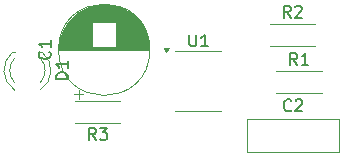
<source format=gbr>
%TF.GenerationSoftware,KiCad,Pcbnew,8.0.5*%
%TF.CreationDate,2024-09-16T17:09:01+05:30*%
%TF.ProjectId,FLASH,464c4153-482e-46b6-9963-61645f706362,rev?*%
%TF.SameCoordinates,Original*%
%TF.FileFunction,Legend,Top*%
%TF.FilePolarity,Positive*%
%FSLAX46Y46*%
G04 Gerber Fmt 4.6, Leading zero omitted, Abs format (unit mm)*
G04 Created by KiCad (PCBNEW 8.0.5) date 2024-09-16 17:09:01*
%MOMM*%
%LPD*%
G01*
G04 APERTURE LIST*
%ADD10C,0.150000*%
%ADD11C,0.120000*%
G04 APERTURE END LIST*
D10*
X136213095Y-108459819D02*
X136213095Y-109269342D01*
X136213095Y-109269342D02*
X136260714Y-109364580D01*
X136260714Y-109364580D02*
X136308333Y-109412200D01*
X136308333Y-109412200D02*
X136403571Y-109459819D01*
X136403571Y-109459819D02*
X136594047Y-109459819D01*
X136594047Y-109459819D02*
X136689285Y-109412200D01*
X136689285Y-109412200D02*
X136736904Y-109364580D01*
X136736904Y-109364580D02*
X136784523Y-109269342D01*
X136784523Y-109269342D02*
X136784523Y-108459819D01*
X137784523Y-109459819D02*
X137213095Y-109459819D01*
X137498809Y-109459819D02*
X137498809Y-108459819D01*
X137498809Y-108459819D02*
X137403571Y-108602676D01*
X137403571Y-108602676D02*
X137308333Y-108697914D01*
X137308333Y-108697914D02*
X137213095Y-108745533D01*
X128293333Y-117374819D02*
X127960000Y-116898628D01*
X127721905Y-117374819D02*
X127721905Y-116374819D01*
X127721905Y-116374819D02*
X128102857Y-116374819D01*
X128102857Y-116374819D02*
X128198095Y-116422438D01*
X128198095Y-116422438D02*
X128245714Y-116470057D01*
X128245714Y-116470057D02*
X128293333Y-116565295D01*
X128293333Y-116565295D02*
X128293333Y-116708152D01*
X128293333Y-116708152D02*
X128245714Y-116803390D01*
X128245714Y-116803390D02*
X128198095Y-116851009D01*
X128198095Y-116851009D02*
X128102857Y-116898628D01*
X128102857Y-116898628D02*
X127721905Y-116898628D01*
X128626667Y-116374819D02*
X129245714Y-116374819D01*
X129245714Y-116374819D02*
X128912381Y-116755771D01*
X128912381Y-116755771D02*
X129055238Y-116755771D01*
X129055238Y-116755771D02*
X129150476Y-116803390D01*
X129150476Y-116803390D02*
X129198095Y-116851009D01*
X129198095Y-116851009D02*
X129245714Y-116946247D01*
X129245714Y-116946247D02*
X129245714Y-117184342D01*
X129245714Y-117184342D02*
X129198095Y-117279580D01*
X129198095Y-117279580D02*
X129150476Y-117327200D01*
X129150476Y-117327200D02*
X129055238Y-117374819D01*
X129055238Y-117374819D02*
X128769524Y-117374819D01*
X128769524Y-117374819D02*
X128674286Y-117327200D01*
X128674286Y-117327200D02*
X128626667Y-117279580D01*
X144793333Y-107034819D02*
X144460000Y-106558628D01*
X144221905Y-107034819D02*
X144221905Y-106034819D01*
X144221905Y-106034819D02*
X144602857Y-106034819D01*
X144602857Y-106034819D02*
X144698095Y-106082438D01*
X144698095Y-106082438D02*
X144745714Y-106130057D01*
X144745714Y-106130057D02*
X144793333Y-106225295D01*
X144793333Y-106225295D02*
X144793333Y-106368152D01*
X144793333Y-106368152D02*
X144745714Y-106463390D01*
X144745714Y-106463390D02*
X144698095Y-106511009D01*
X144698095Y-106511009D02*
X144602857Y-106558628D01*
X144602857Y-106558628D02*
X144221905Y-106558628D01*
X145174286Y-106130057D02*
X145221905Y-106082438D01*
X145221905Y-106082438D02*
X145317143Y-106034819D01*
X145317143Y-106034819D02*
X145555238Y-106034819D01*
X145555238Y-106034819D02*
X145650476Y-106082438D01*
X145650476Y-106082438D02*
X145698095Y-106130057D01*
X145698095Y-106130057D02*
X145745714Y-106225295D01*
X145745714Y-106225295D02*
X145745714Y-106320533D01*
X145745714Y-106320533D02*
X145698095Y-106463390D01*
X145698095Y-106463390D02*
X145126667Y-107034819D01*
X145126667Y-107034819D02*
X145745714Y-107034819D01*
X145333333Y-111034819D02*
X145000000Y-110558628D01*
X144761905Y-111034819D02*
X144761905Y-110034819D01*
X144761905Y-110034819D02*
X145142857Y-110034819D01*
X145142857Y-110034819D02*
X145238095Y-110082438D01*
X145238095Y-110082438D02*
X145285714Y-110130057D01*
X145285714Y-110130057D02*
X145333333Y-110225295D01*
X145333333Y-110225295D02*
X145333333Y-110368152D01*
X145333333Y-110368152D02*
X145285714Y-110463390D01*
X145285714Y-110463390D02*
X145238095Y-110511009D01*
X145238095Y-110511009D02*
X145142857Y-110558628D01*
X145142857Y-110558628D02*
X144761905Y-110558628D01*
X146285714Y-111034819D02*
X145714286Y-111034819D01*
X146000000Y-111034819D02*
X146000000Y-110034819D01*
X146000000Y-110034819D02*
X145904762Y-110177676D01*
X145904762Y-110177676D02*
X145809524Y-110272914D01*
X145809524Y-110272914D02*
X145714286Y-110320533D01*
X125914819Y-112233094D02*
X124914819Y-112233094D01*
X124914819Y-112233094D02*
X124914819Y-111994999D01*
X124914819Y-111994999D02*
X124962438Y-111852142D01*
X124962438Y-111852142D02*
X125057676Y-111756904D01*
X125057676Y-111756904D02*
X125152914Y-111709285D01*
X125152914Y-111709285D02*
X125343390Y-111661666D01*
X125343390Y-111661666D02*
X125486247Y-111661666D01*
X125486247Y-111661666D02*
X125676723Y-111709285D01*
X125676723Y-111709285D02*
X125771961Y-111756904D01*
X125771961Y-111756904D02*
X125867200Y-111852142D01*
X125867200Y-111852142D02*
X125914819Y-111994999D01*
X125914819Y-111994999D02*
X125914819Y-112233094D01*
X125914819Y-110709285D02*
X125914819Y-111280713D01*
X125914819Y-110994999D02*
X124914819Y-110994999D01*
X124914819Y-110994999D02*
X125057676Y-111090237D01*
X125057676Y-111090237D02*
X125152914Y-111185475D01*
X125152914Y-111185475D02*
X125200533Y-111280713D01*
X144833333Y-114859580D02*
X144785714Y-114907200D01*
X144785714Y-114907200D02*
X144642857Y-114954819D01*
X144642857Y-114954819D02*
X144547619Y-114954819D01*
X144547619Y-114954819D02*
X144404762Y-114907200D01*
X144404762Y-114907200D02*
X144309524Y-114811961D01*
X144309524Y-114811961D02*
X144261905Y-114716723D01*
X144261905Y-114716723D02*
X144214286Y-114526247D01*
X144214286Y-114526247D02*
X144214286Y-114383390D01*
X144214286Y-114383390D02*
X144261905Y-114192914D01*
X144261905Y-114192914D02*
X144309524Y-114097676D01*
X144309524Y-114097676D02*
X144404762Y-114002438D01*
X144404762Y-114002438D02*
X144547619Y-113954819D01*
X144547619Y-113954819D02*
X144642857Y-113954819D01*
X144642857Y-113954819D02*
X144785714Y-114002438D01*
X144785714Y-114002438D02*
X144833333Y-114050057D01*
X145214286Y-114050057D02*
X145261905Y-114002438D01*
X145261905Y-114002438D02*
X145357143Y-113954819D01*
X145357143Y-113954819D02*
X145595238Y-113954819D01*
X145595238Y-113954819D02*
X145690476Y-114002438D01*
X145690476Y-114002438D02*
X145738095Y-114050057D01*
X145738095Y-114050057D02*
X145785714Y-114145295D01*
X145785714Y-114145295D02*
X145785714Y-114240533D01*
X145785714Y-114240533D02*
X145738095Y-114383390D01*
X145738095Y-114383390D02*
X145166667Y-114954819D01*
X145166667Y-114954819D02*
X145785714Y-114954819D01*
X124359580Y-109916666D02*
X124407200Y-109964285D01*
X124407200Y-109964285D02*
X124454819Y-110107142D01*
X124454819Y-110107142D02*
X124454819Y-110202380D01*
X124454819Y-110202380D02*
X124407200Y-110345237D01*
X124407200Y-110345237D02*
X124311961Y-110440475D01*
X124311961Y-110440475D02*
X124216723Y-110488094D01*
X124216723Y-110488094D02*
X124026247Y-110535713D01*
X124026247Y-110535713D02*
X123883390Y-110535713D01*
X123883390Y-110535713D02*
X123692914Y-110488094D01*
X123692914Y-110488094D02*
X123597676Y-110440475D01*
X123597676Y-110440475D02*
X123502438Y-110345237D01*
X123502438Y-110345237D02*
X123454819Y-110202380D01*
X123454819Y-110202380D02*
X123454819Y-110107142D01*
X123454819Y-110107142D02*
X123502438Y-109964285D01*
X123502438Y-109964285D02*
X123550057Y-109916666D01*
X124454819Y-108964285D02*
X124454819Y-109535713D01*
X124454819Y-109249999D02*
X123454819Y-109249999D01*
X123454819Y-109249999D02*
X123597676Y-109345237D01*
X123597676Y-109345237D02*
X123692914Y-109440475D01*
X123692914Y-109440475D02*
X123740533Y-109535713D01*
D11*
%TO.C,U1*%
X136975000Y-109845000D02*
X135025000Y-109845000D01*
X136975000Y-109845000D02*
X138925000Y-109845000D01*
X136975000Y-114965000D02*
X135025000Y-114965000D01*
X136975000Y-114965000D02*
X138925000Y-114965000D01*
X134275000Y-109940000D02*
X134035000Y-109610000D01*
X134515000Y-109610000D01*
X134275000Y-109940000D01*
G36*
X134275000Y-109940000D02*
G01*
X134035000Y-109610000D01*
X134515000Y-109610000D01*
X134275000Y-109940000D01*
G37*
%TO.C,R3*%
X130380000Y-114080000D02*
X126540000Y-114080000D01*
X130380000Y-115920000D02*
X126540000Y-115920000D01*
%TO.C,R2*%
X143040000Y-109420000D02*
X146880000Y-109420000D01*
X143040000Y-107580000D02*
X146880000Y-107580000D01*
%TO.C,R1*%
X143580000Y-113420000D02*
X147420000Y-113420000D01*
X143580000Y-111580000D02*
X147420000Y-111580000D01*
%TO.C,D1*%
X123736000Y-109935000D02*
X123580000Y-109935000D01*
X121420000Y-109935000D02*
X121264000Y-109935000D01*
X123735516Y-109935000D02*
G75*
G02*
X123578608Y-113167335I-1235516J-1560000D01*
G01*
X123580000Y-110454039D02*
G75*
G02*
X123579837Y-112536130I-1080000J-1040961D01*
G01*
X121420163Y-112536130D02*
G75*
G02*
X121420000Y-110454039I1079837J1041130D01*
G01*
X121421392Y-113167335D02*
G75*
G02*
X121264484Y-109935000I1078608J1672335D01*
G01*
%TO.C,C2*%
X141130000Y-115630000D02*
X141130000Y-118370000D01*
X141130000Y-115630000D02*
X148870000Y-115630000D01*
X141130000Y-118370000D02*
X148870000Y-118370000D01*
X148870000Y-115630000D02*
X148870000Y-118370000D01*
%TO.C,C1*%
X126825000Y-113892211D02*
X126825000Y-113142211D01*
X126450000Y-113517211D02*
X127200000Y-113517211D01*
X125170000Y-109750000D02*
X132830000Y-109750000D01*
X125170000Y-109710000D02*
X132830000Y-109710000D01*
X125170000Y-109670000D02*
X132830000Y-109670000D01*
X125171000Y-109630000D02*
X132829000Y-109630000D01*
X125173000Y-109590000D02*
X132827000Y-109590000D01*
X125175000Y-109550000D02*
X132825000Y-109550000D01*
X125177000Y-109510000D02*
X127960000Y-109510000D01*
X130040000Y-109510000D02*
X132823000Y-109510000D01*
X125180000Y-109470000D02*
X127960000Y-109470000D01*
X130040000Y-109470000D02*
X132820000Y-109470000D01*
X125183000Y-109430000D02*
X127960000Y-109430000D01*
X130040000Y-109430000D02*
X132817000Y-109430000D01*
X125186000Y-109390000D02*
X127960000Y-109390000D01*
X130040000Y-109390000D02*
X132814000Y-109390000D01*
X125190000Y-109350000D02*
X127960000Y-109350000D01*
X130040000Y-109350000D02*
X132810000Y-109350000D01*
X125195000Y-109310000D02*
X127960000Y-109310000D01*
X130040000Y-109310000D02*
X132805000Y-109310000D01*
X125199000Y-109270000D02*
X127960000Y-109270000D01*
X130040000Y-109270000D02*
X132801000Y-109270000D01*
X125205000Y-109230000D02*
X127960000Y-109230000D01*
X130040000Y-109230000D02*
X132795000Y-109230000D01*
X125210000Y-109190000D02*
X127960000Y-109190000D01*
X130040000Y-109190000D02*
X132790000Y-109190000D01*
X125216000Y-109150000D02*
X127960000Y-109150000D01*
X130040000Y-109150000D02*
X132784000Y-109150000D01*
X125223000Y-109110000D02*
X127960000Y-109110000D01*
X130040000Y-109110000D02*
X132777000Y-109110000D01*
X125230000Y-109070000D02*
X127960000Y-109070000D01*
X130040000Y-109070000D02*
X132770000Y-109070000D01*
X125237000Y-109029000D02*
X127960000Y-109029000D01*
X130040000Y-109029000D02*
X132763000Y-109029000D01*
X125245000Y-108989000D02*
X127960000Y-108989000D01*
X130040000Y-108989000D02*
X132755000Y-108989000D01*
X125253000Y-108949000D02*
X127960000Y-108949000D01*
X130040000Y-108949000D02*
X132747000Y-108949000D01*
X125262000Y-108909000D02*
X127960000Y-108909000D01*
X130040000Y-108909000D02*
X132738000Y-108909000D01*
X125271000Y-108869000D02*
X127960000Y-108869000D01*
X130040000Y-108869000D02*
X132729000Y-108869000D01*
X125280000Y-108829000D02*
X127960000Y-108829000D01*
X130040000Y-108829000D02*
X132720000Y-108829000D01*
X125290000Y-108789000D02*
X127960000Y-108789000D01*
X130040000Y-108789000D02*
X132710000Y-108789000D01*
X125301000Y-108749000D02*
X127960000Y-108749000D01*
X130040000Y-108749000D02*
X132699000Y-108749000D01*
X125312000Y-108709000D02*
X127960000Y-108709000D01*
X130040000Y-108709000D02*
X132688000Y-108709000D01*
X125323000Y-108669000D02*
X127960000Y-108669000D01*
X130040000Y-108669000D02*
X132677000Y-108669000D01*
X125335000Y-108629000D02*
X127960000Y-108629000D01*
X130040000Y-108629000D02*
X132665000Y-108629000D01*
X125347000Y-108589000D02*
X127960000Y-108589000D01*
X130040000Y-108589000D02*
X132653000Y-108589000D01*
X125360000Y-108549000D02*
X127960000Y-108549000D01*
X130040000Y-108549000D02*
X132640000Y-108549000D01*
X125374000Y-108509000D02*
X127960000Y-108509000D01*
X130040000Y-108509000D02*
X132626000Y-108509000D01*
X125387000Y-108469000D02*
X127960000Y-108469000D01*
X130040000Y-108469000D02*
X132613000Y-108469000D01*
X125402000Y-108429000D02*
X127960000Y-108429000D01*
X130040000Y-108429000D02*
X132598000Y-108429000D01*
X125416000Y-108389000D02*
X127960000Y-108389000D01*
X130040000Y-108389000D02*
X132584000Y-108389000D01*
X125432000Y-108349000D02*
X127960000Y-108349000D01*
X130040000Y-108349000D02*
X132568000Y-108349000D01*
X125447000Y-108309000D02*
X127960000Y-108309000D01*
X130040000Y-108309000D02*
X132553000Y-108309000D01*
X125464000Y-108269000D02*
X127960000Y-108269000D01*
X130040000Y-108269000D02*
X132536000Y-108269000D01*
X125480000Y-108229000D02*
X127960000Y-108229000D01*
X130040000Y-108229000D02*
X132520000Y-108229000D01*
X125498000Y-108189000D02*
X127960000Y-108189000D01*
X130040000Y-108189000D02*
X132502000Y-108189000D01*
X125516000Y-108149000D02*
X127960000Y-108149000D01*
X130040000Y-108149000D02*
X132484000Y-108149000D01*
X125534000Y-108109000D02*
X127960000Y-108109000D01*
X130040000Y-108109000D02*
X132466000Y-108109000D01*
X125553000Y-108069000D02*
X127960000Y-108069000D01*
X130040000Y-108069000D02*
X132447000Y-108069000D01*
X125573000Y-108029000D02*
X127960000Y-108029000D01*
X130040000Y-108029000D02*
X132427000Y-108029000D01*
X125593000Y-107989000D02*
X127960000Y-107989000D01*
X130040000Y-107989000D02*
X132407000Y-107989000D01*
X125614000Y-107949000D02*
X127960000Y-107949000D01*
X130040000Y-107949000D02*
X132386000Y-107949000D01*
X125635000Y-107909000D02*
X127960000Y-107909000D01*
X130040000Y-107909000D02*
X132365000Y-107909000D01*
X125657000Y-107869000D02*
X127960000Y-107869000D01*
X130040000Y-107869000D02*
X132343000Y-107869000D01*
X125679000Y-107829000D02*
X127960000Y-107829000D01*
X130040000Y-107829000D02*
X132321000Y-107829000D01*
X125703000Y-107789000D02*
X127960000Y-107789000D01*
X130040000Y-107789000D02*
X132297000Y-107789000D01*
X125726000Y-107749000D02*
X127960000Y-107749000D01*
X130040000Y-107749000D02*
X132274000Y-107749000D01*
X125751000Y-107709000D02*
X127960000Y-107709000D01*
X130040000Y-107709000D02*
X132249000Y-107709000D01*
X125776000Y-107669000D02*
X127960000Y-107669000D01*
X130040000Y-107669000D02*
X132224000Y-107669000D01*
X125802000Y-107629000D02*
X127960000Y-107629000D01*
X130040000Y-107629000D02*
X132198000Y-107629000D01*
X125828000Y-107589000D02*
X127960000Y-107589000D01*
X130040000Y-107589000D02*
X132172000Y-107589000D01*
X125856000Y-107549000D02*
X127960000Y-107549000D01*
X130040000Y-107549000D02*
X132144000Y-107549000D01*
X125884000Y-107509000D02*
X127960000Y-107509000D01*
X130040000Y-107509000D02*
X132116000Y-107509000D01*
X125912000Y-107469000D02*
X127960000Y-107469000D01*
X130040000Y-107469000D02*
X132088000Y-107469000D01*
X125942000Y-107429000D02*
X132058000Y-107429000D01*
X125972000Y-107389000D02*
X132028000Y-107389000D01*
X126004000Y-107349000D02*
X131996000Y-107349000D01*
X126036000Y-107309000D02*
X131964000Y-107309000D01*
X126069000Y-107269000D02*
X131931000Y-107269000D01*
X126102000Y-107229000D02*
X131898000Y-107229000D01*
X126137000Y-107189000D02*
X131863000Y-107189000D01*
X126173000Y-107149000D02*
X131827000Y-107149000D01*
X126210000Y-107109000D02*
X131790000Y-107109000D01*
X126248000Y-107069000D02*
X131752000Y-107069000D01*
X126287000Y-107029000D02*
X131713000Y-107029000D01*
X126327000Y-106989000D02*
X131673000Y-106989000D01*
X126368000Y-106949000D02*
X131632000Y-106949000D01*
X126411000Y-106909000D02*
X131589000Y-106909000D01*
X126454000Y-106869000D02*
X131546000Y-106869000D01*
X126500000Y-106829000D02*
X131500000Y-106829000D01*
X126546000Y-106789000D02*
X131454000Y-106789000D01*
X126595000Y-106749000D02*
X131405000Y-106749000D01*
X126645000Y-106709000D02*
X131355000Y-106709000D01*
X126696000Y-106669000D02*
X131304000Y-106669000D01*
X126750000Y-106629000D02*
X131250000Y-106629000D01*
X126805000Y-106589000D02*
X131195000Y-106589000D01*
X126863000Y-106549000D02*
X131137000Y-106549000D01*
X126923000Y-106509000D02*
X131077000Y-106509000D01*
X126986000Y-106469000D02*
X131014000Y-106469000D01*
X127051000Y-106429000D02*
X130949000Y-106429000D01*
X127119000Y-106389000D02*
X130881000Y-106389000D01*
X127191000Y-106349000D02*
X130809000Y-106349000D01*
X127267000Y-106309000D02*
X130733000Y-106309000D01*
X127346000Y-106269000D02*
X130654000Y-106269000D01*
X127431000Y-106229000D02*
X130569000Y-106229000D01*
X127522000Y-106189000D02*
X130478000Y-106189000D01*
X127619000Y-106149000D02*
X130381000Y-106149000D01*
X127725000Y-106109000D02*
X130275000Y-106109000D01*
X127842000Y-106069000D02*
X130158000Y-106069000D01*
X127972000Y-106029000D02*
X130028000Y-106029000D01*
X128123000Y-105989000D02*
X129877000Y-105989000D01*
X128307000Y-105949000D02*
X129693000Y-105949000D01*
X128559000Y-105909000D02*
X129441000Y-105909000D01*
X132870000Y-109750000D02*
G75*
G02*
X125130000Y-109750000I-3870000J0D01*
G01*
X125130000Y-109750000D02*
G75*
G02*
X132870000Y-109750000I3870000J0D01*
G01*
%TD*%
M02*

</source>
